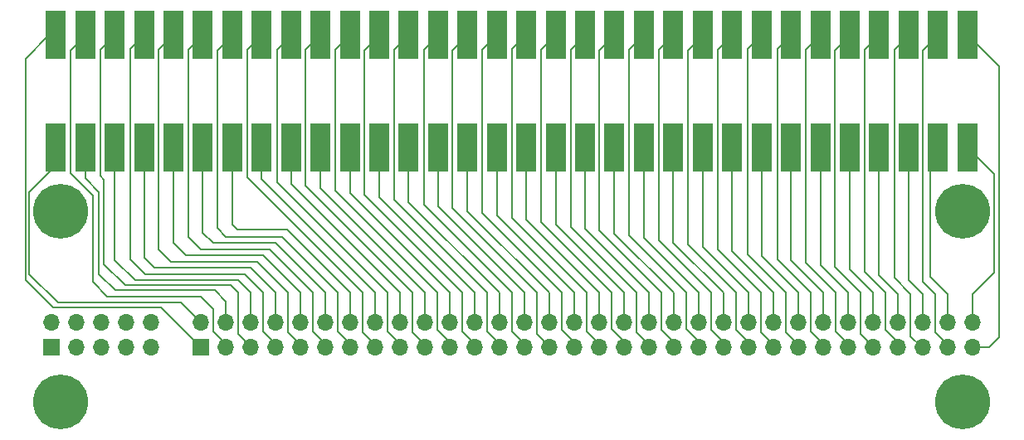
<source format=gbr>
G04 #@! TF.FileFunction,Copper,L1,Top,Signal*
%FSLAX46Y46*%
G04 Gerber Fmt 4.6, Leading zero omitted, Abs format (unit mm)*
G04 Created by KiCad (PCBNEW 4.0.7-e2-6376~58~ubuntu17.04.1) date Tue Dec  5 16:05:34 2017*
%MOMM*%
%LPD*%
G01*
G04 APERTURE LIST*
%ADD10C,0.100000*%
%ADD11C,5.600000*%
%ADD12R,1.700000X1.700000*%
%ADD13O,1.700000X1.700000*%
%ADD14R,2.000000X5.000000*%
%ADD15C,0.200000*%
G04 APERTURE END LIST*
D10*
D11*
X96000000Y-21500000D03*
X4000000Y-21500000D03*
X96000000Y-41000000D03*
D12*
X18300000Y-35410000D03*
D13*
X18300000Y-32870000D03*
X20840000Y-35410000D03*
X20840000Y-32870000D03*
X23380000Y-35410000D03*
X23380000Y-32870000D03*
X25920000Y-35410000D03*
X25920000Y-32870000D03*
X28460000Y-35410000D03*
X28460000Y-32870000D03*
X31000000Y-35410000D03*
X31000000Y-32870000D03*
X33540000Y-35410000D03*
X33540000Y-32870000D03*
X36080000Y-35410000D03*
X36080000Y-32870000D03*
X38620000Y-35410000D03*
X38620000Y-32870000D03*
X41160000Y-35410000D03*
X41160000Y-32870000D03*
X43700000Y-35410000D03*
X43700000Y-32870000D03*
X46240000Y-35410000D03*
X46240000Y-32870000D03*
X48780000Y-35410000D03*
X48780000Y-32870000D03*
X51320000Y-35410000D03*
X51320000Y-32870000D03*
X53860000Y-35410000D03*
X53860000Y-32870000D03*
X56400000Y-35410000D03*
X56400000Y-32870000D03*
X58940000Y-35410000D03*
X58940000Y-32870000D03*
X61480000Y-35410000D03*
X61480000Y-32870000D03*
X64020000Y-35410000D03*
X64020000Y-32870000D03*
X66560000Y-35410000D03*
X66560000Y-32870000D03*
X69100000Y-35410000D03*
X69100000Y-32870000D03*
X71640000Y-35410000D03*
X71640000Y-32870000D03*
X74180000Y-35410000D03*
X74180000Y-32870000D03*
X76720000Y-35410000D03*
X76720000Y-32870000D03*
X79260000Y-35410000D03*
X79260000Y-32870000D03*
X81800000Y-35410000D03*
X81800000Y-32870000D03*
X84340000Y-35410000D03*
X84340000Y-32870000D03*
X86880000Y-35410000D03*
X86880000Y-32870000D03*
X89420000Y-35410000D03*
X89420000Y-32870000D03*
X91960000Y-35410000D03*
X91960000Y-32870000D03*
X94500000Y-35410000D03*
X94500000Y-32870000D03*
X97040000Y-35410000D03*
X97040000Y-32870000D03*
D12*
X3060000Y-35410000D03*
D13*
X3060000Y-32870000D03*
X5600000Y-35410000D03*
X5600000Y-32870000D03*
X8140000Y-35410000D03*
X8140000Y-32870000D03*
X10680000Y-35410000D03*
X10680000Y-32870000D03*
X13220000Y-35410000D03*
X13220000Y-32870000D03*
D11*
X4000000Y-41000000D03*
D14*
X3500000Y-3500000D03*
X3500000Y-15000000D03*
X6500000Y-3500000D03*
X6500000Y-15000000D03*
X9500000Y-3500000D03*
X9500000Y-15000000D03*
X12500000Y-3500000D03*
X12500000Y-15000000D03*
X15500000Y-3500000D03*
X15500000Y-15000000D03*
X18500000Y-3500000D03*
X18500000Y-15000000D03*
X21500000Y-3500000D03*
X21500000Y-15000000D03*
X24500000Y-3500000D03*
X24500000Y-15000000D03*
X27500000Y-3500000D03*
X27500000Y-15000000D03*
X30500000Y-3500000D03*
X30500000Y-15000000D03*
X33500000Y-3500000D03*
X33500000Y-15000000D03*
X36500000Y-3500000D03*
X36500000Y-15000000D03*
X39500000Y-3500000D03*
X39500000Y-15000000D03*
X42500000Y-3500000D03*
X42500000Y-15000000D03*
X45500000Y-3500000D03*
X45500000Y-15000000D03*
X48500000Y-3500000D03*
X48500000Y-15000000D03*
X51500000Y-3500000D03*
X51500000Y-15000000D03*
X54500000Y-3500000D03*
X54500000Y-15000000D03*
X57500000Y-3500000D03*
X57500000Y-15000000D03*
X60500000Y-3500000D03*
X60500000Y-15000000D03*
X63500000Y-3500000D03*
X63500000Y-15000000D03*
X66500000Y-3500000D03*
X66500000Y-15000000D03*
X69500000Y-3500000D03*
X69500000Y-15000000D03*
X72500000Y-3500000D03*
X72500000Y-15000000D03*
X75500000Y-3500000D03*
X75500000Y-15000000D03*
X78500000Y-3500000D03*
X78500000Y-15000000D03*
X81500000Y-3500000D03*
X81500000Y-15000000D03*
X84500000Y-3500000D03*
X84500000Y-15000000D03*
X87500000Y-3500000D03*
X87500000Y-15000000D03*
X90500000Y-3500000D03*
X90500000Y-15000000D03*
X93500000Y-3500000D03*
X93500000Y-15000000D03*
X96500000Y-3500000D03*
X96500000Y-15000000D03*
D15*
X3500000Y-3500000D02*
X2839000Y-3500000D01*
X2839000Y-3500000D02*
X393000Y-5946000D01*
X393000Y-5946000D02*
X393000Y-28552000D01*
X393000Y-28552000D02*
X3187000Y-31346000D01*
X3187000Y-31346000D02*
X14236000Y-31346000D01*
X14236000Y-31346000D02*
X18300000Y-35410000D01*
X3500000Y-15000000D02*
X3500000Y-16809000D01*
X3500000Y-16809000D02*
X793002Y-19515998D01*
X793002Y-19515998D02*
X793002Y-27936002D01*
X793002Y-27936002D02*
X3695000Y-30838000D01*
X3695000Y-30838000D02*
X16268000Y-30838000D01*
X16268000Y-30838000D02*
X18300000Y-32870000D01*
X18300000Y-32870000D02*
X17665000Y-32870000D01*
X20840000Y-35410000D02*
X20840000Y-35029000D01*
X20840000Y-35029000D02*
X19570000Y-33759000D01*
X19570000Y-33759000D02*
X19570000Y-31473000D01*
X19570000Y-31473000D02*
X18280998Y-30183998D01*
X18280998Y-30183998D02*
X8755998Y-30183998D01*
X8755998Y-30183998D02*
X7251000Y-28679000D01*
X7251000Y-28679000D02*
X7251000Y-19916000D01*
X7251000Y-19916000D02*
X4965000Y-17630000D01*
X4965000Y-17630000D02*
X4965000Y-5035000D01*
X4965000Y-5035000D02*
X6500000Y-3500000D01*
X20840000Y-32870000D02*
X20840000Y-30711000D01*
X6500000Y-18149000D02*
X6500000Y-15000000D01*
X7886000Y-19535000D02*
X6500000Y-18149000D01*
X7886000Y-27917000D02*
X7886000Y-19535000D01*
X9537000Y-29568000D02*
X7886000Y-27917000D01*
X19697000Y-29568000D02*
X9537000Y-29568000D01*
X20840000Y-30711000D02*
X19697000Y-29568000D01*
X20840000Y-32870000D02*
X20840000Y-32616000D01*
X20840000Y-32870000D02*
X20459000Y-32870000D01*
X7251000Y-15751000D02*
X6500000Y-15000000D01*
X23380000Y-35410000D02*
X23380000Y-35283000D01*
X23380000Y-35283000D02*
X22110000Y-34013000D01*
X22110000Y-34013000D02*
X22110000Y-29822000D01*
X22110000Y-29822000D02*
X21348000Y-29060000D01*
X21348000Y-29060000D02*
X10553000Y-29060000D01*
X10553000Y-29060000D02*
X8394000Y-26901000D01*
X8394000Y-26901000D02*
X8394000Y-18265000D01*
X8394000Y-18265000D02*
X8013000Y-17884000D01*
X8013000Y-17884000D02*
X8013000Y-4987000D01*
X8013000Y-4987000D02*
X9500000Y-3500000D01*
X23380000Y-32870000D02*
X23380000Y-29822000D01*
X9500000Y-26483000D02*
X9500000Y-15000000D01*
X11569000Y-28552000D02*
X9500000Y-26483000D01*
X22110000Y-28552000D02*
X11569000Y-28552000D01*
X23380000Y-29822000D02*
X22110000Y-28552000D01*
X23380000Y-32870000D02*
X24142000Y-32870000D01*
X25920000Y-35410000D02*
X25920000Y-35029000D01*
X25920000Y-35029000D02*
X24650000Y-33759000D01*
X24650000Y-33759000D02*
X24650000Y-29822000D01*
X24650000Y-29822000D02*
X22745000Y-27917000D01*
X22745000Y-27917000D02*
X12585000Y-27917000D01*
X12585000Y-27917000D02*
X11061000Y-26393000D01*
X11061000Y-26393000D02*
X11061000Y-4939000D01*
X11061000Y-4939000D02*
X12500000Y-3500000D01*
X25920000Y-32870000D02*
X25920000Y-29822000D01*
X12500000Y-26266000D02*
X12500000Y-15000000D01*
X13516000Y-27282000D02*
X12500000Y-26266000D01*
X23380000Y-27282000D02*
X13516000Y-27282000D01*
X25920000Y-29822000D02*
X23380000Y-27282000D01*
X25920000Y-32870000D02*
X25920000Y-32616000D01*
X28460000Y-35410000D02*
X28460000Y-35156000D01*
X28460000Y-35156000D02*
X27190000Y-33886000D01*
X27190000Y-33886000D02*
X27190000Y-29822000D01*
X27190000Y-29822000D02*
X24015000Y-26647000D01*
X24015000Y-26647000D02*
X15252000Y-26647000D01*
X15252000Y-26647000D02*
X13982000Y-25377000D01*
X13982000Y-25377000D02*
X13982000Y-5018000D01*
X13982000Y-5018000D02*
X15500000Y-3500000D01*
X28460000Y-32870000D02*
X28460000Y-29822000D01*
X28460000Y-29822000D02*
X24650000Y-26012000D01*
X24650000Y-26012000D02*
X16770000Y-26012000D01*
X16770000Y-26012000D02*
X15500000Y-24742000D01*
X15500000Y-24742000D02*
X15500000Y-15000000D01*
X31000000Y-35410000D02*
X31000000Y-35029000D01*
X31000000Y-35029000D02*
X29730000Y-33759000D01*
X29730000Y-33759000D02*
X29730000Y-29822000D01*
X29730000Y-29822000D02*
X25285000Y-25377000D01*
X25285000Y-25377000D02*
X18300000Y-25377000D01*
X18300000Y-25377000D02*
X17030000Y-24107000D01*
X17030000Y-24107000D02*
X17030000Y-4970000D01*
X17030000Y-4970000D02*
X18500000Y-3500000D01*
X31000000Y-32870000D02*
X31000000Y-29822000D01*
X31000000Y-29822000D02*
X25920000Y-24742000D01*
X25920000Y-24742000D02*
X19570000Y-24742000D01*
X19570000Y-24742000D02*
X18500000Y-23672000D01*
X18500000Y-23672000D02*
X18500000Y-15000000D01*
X33540000Y-35410000D02*
X33540000Y-35029000D01*
X33540000Y-35029000D02*
X32270000Y-33759000D01*
X19951000Y-5049000D02*
X21500000Y-3500000D01*
X19951000Y-23218000D02*
X19951000Y-5049000D01*
X20840000Y-24107000D02*
X19951000Y-23218000D01*
X26555000Y-24107000D02*
X20840000Y-24107000D01*
X32270000Y-29822000D02*
X26555000Y-24107000D01*
X32270000Y-33759000D02*
X32270000Y-29822000D01*
X33540000Y-32870000D02*
X33540000Y-29822000D01*
X33540000Y-29822000D02*
X27063000Y-23345000D01*
X27063000Y-23345000D02*
X21983000Y-23345000D01*
X21983000Y-23345000D02*
X21500000Y-22862000D01*
X21500000Y-22862000D02*
X21500000Y-15000000D01*
X36080000Y-35410000D02*
X36080000Y-35156000D01*
X36080000Y-35156000D02*
X34810000Y-33886000D01*
X34810000Y-33886000D02*
X34810000Y-29822000D01*
X34810000Y-29822000D02*
X22999000Y-18011000D01*
X22999000Y-18011000D02*
X22999000Y-5001000D01*
X22999000Y-5001000D02*
X24500000Y-3500000D01*
X36080000Y-32870000D02*
X36080000Y-29822000D01*
X36080000Y-29822000D02*
X24500000Y-18242000D01*
X24500000Y-18242000D02*
X24500000Y-15000000D01*
X38620000Y-35410000D02*
X38620000Y-35029000D01*
X38620000Y-35029000D02*
X37350000Y-33759000D01*
X37350000Y-33759000D02*
X37350000Y-29822000D01*
X37350000Y-29822000D02*
X26047000Y-18519000D01*
X26047000Y-18519000D02*
X26047000Y-4953000D01*
X26047000Y-4953000D02*
X27500000Y-3500000D01*
X38620000Y-32870000D02*
X38620000Y-29822000D01*
X27500000Y-18702000D02*
X27500000Y-15000000D01*
X38620000Y-29822000D02*
X27500000Y-18702000D01*
X38620000Y-32870000D02*
X38620000Y-32489000D01*
X41160000Y-35410000D02*
X41160000Y-35156000D01*
X41160000Y-35156000D02*
X39890000Y-33886000D01*
X39890000Y-33886000D02*
X39890000Y-29822000D01*
X39890000Y-29822000D02*
X28968000Y-18900000D01*
X28968000Y-18900000D02*
X28968000Y-5032000D01*
X28968000Y-5032000D02*
X30500000Y-3500000D01*
X41160000Y-32870000D02*
X41160000Y-29822000D01*
X41160000Y-29822000D02*
X30500000Y-19162000D01*
X30500000Y-19162000D02*
X30500000Y-15000000D01*
X43700000Y-35410000D02*
X43700000Y-34902000D01*
X43700000Y-34902000D02*
X42430000Y-33632000D01*
X42430000Y-33632000D02*
X42430000Y-29822000D01*
X42430000Y-29822000D02*
X32016000Y-19408000D01*
X32016000Y-19408000D02*
X32016000Y-4984000D01*
X32016000Y-4984000D02*
X33500000Y-3500000D01*
X43700000Y-32870000D02*
X43700000Y-29822000D01*
X33500000Y-19622000D02*
X33500000Y-15000000D01*
X43700000Y-29822000D02*
X33500000Y-19622000D01*
X46240000Y-35410000D02*
X46240000Y-35029000D01*
X46240000Y-35029000D02*
X44970000Y-33759000D01*
X44970000Y-33759000D02*
X44970000Y-29822000D01*
X44970000Y-29822000D02*
X34937000Y-19789000D01*
X34937000Y-19789000D02*
X34937000Y-5063000D01*
X34937000Y-5063000D02*
X36500000Y-3500000D01*
X46240000Y-32870000D02*
X46240000Y-29822000D01*
X36500000Y-20082000D02*
X36500000Y-15000000D01*
X46240000Y-29822000D02*
X36500000Y-20082000D01*
X48780000Y-35410000D02*
X48780000Y-35029000D01*
X48780000Y-35029000D02*
X47510000Y-33759000D01*
X47510000Y-33759000D02*
X47510000Y-29822000D01*
X47510000Y-29822000D02*
X37985000Y-20297000D01*
X37985000Y-20297000D02*
X37985000Y-5015000D01*
X37985000Y-5015000D02*
X39500000Y-3500000D01*
X48780000Y-32870000D02*
X48780000Y-29822000D01*
X48780000Y-29822000D02*
X39500000Y-20542000D01*
X39500000Y-20542000D02*
X39500000Y-15000000D01*
X51320000Y-35410000D02*
X51320000Y-35029000D01*
X51320000Y-35029000D02*
X50050000Y-33759000D01*
X50050000Y-33759000D02*
X50050000Y-29822000D01*
X50050000Y-29822000D02*
X41033000Y-20805000D01*
X41033000Y-20805000D02*
X41033000Y-4967000D01*
X41033000Y-4967000D02*
X42500000Y-3500000D01*
X51320000Y-32870000D02*
X51320000Y-29822000D01*
X42500000Y-21002000D02*
X42500000Y-15000000D01*
X51320000Y-29822000D02*
X42500000Y-21002000D01*
X51320000Y-32870000D02*
X51320000Y-32108000D01*
X53860000Y-35410000D02*
X53860000Y-35283000D01*
X53860000Y-35283000D02*
X52590000Y-34013000D01*
X52590000Y-34013000D02*
X52590000Y-29822000D01*
X52590000Y-29822000D02*
X43954000Y-21186000D01*
X43954000Y-21186000D02*
X43954000Y-5046000D01*
X43954000Y-5046000D02*
X45500000Y-3500000D01*
X53860000Y-32870000D02*
X53860000Y-29822000D01*
X53860000Y-29822000D02*
X45500000Y-21462000D01*
X45500000Y-21462000D02*
X45500000Y-15000000D01*
X56400000Y-35410000D02*
X56400000Y-34902000D01*
X56400000Y-34902000D02*
X55130000Y-33632000D01*
X55130000Y-33632000D02*
X55130000Y-29822000D01*
X55130000Y-29822000D02*
X47002000Y-21694000D01*
X47002000Y-21694000D02*
X47002000Y-4998000D01*
X47002000Y-4998000D02*
X48500000Y-3500000D01*
X56400000Y-32870000D02*
X56400000Y-29822000D01*
X48500000Y-21922000D02*
X48500000Y-15000000D01*
X56400000Y-29822000D02*
X48500000Y-21922000D01*
X58940000Y-35410000D02*
X58940000Y-35029000D01*
X58940000Y-35029000D02*
X57670000Y-33759000D01*
X57670000Y-33759000D02*
X57670000Y-29822000D01*
X57670000Y-29822000D02*
X50050000Y-22202000D01*
X50050000Y-22202000D02*
X50050000Y-4950000D01*
X50050000Y-4950000D02*
X51500000Y-3500000D01*
X58940000Y-32870000D02*
X58940000Y-29822000D01*
X51500000Y-22382000D02*
X51500000Y-15000000D01*
X58940000Y-29822000D02*
X51500000Y-22382000D01*
X61480000Y-35410000D02*
X61480000Y-34775000D01*
X61480000Y-34775000D02*
X60210000Y-33505000D01*
X60210000Y-33505000D02*
X60210000Y-29822000D01*
X60210000Y-29822000D02*
X52971000Y-22583000D01*
X52971000Y-22583000D02*
X52971000Y-5029000D01*
X52971000Y-5029000D02*
X54500000Y-3500000D01*
X61480000Y-32870000D02*
X61480000Y-29822000D01*
X54500000Y-22842000D02*
X54500000Y-15000000D01*
X61480000Y-29822000D02*
X54500000Y-22842000D01*
X64020000Y-35410000D02*
X64020000Y-35156000D01*
X64020000Y-35156000D02*
X62750000Y-33886000D01*
X62750000Y-33886000D02*
X62750000Y-29822000D01*
X62750000Y-29822000D02*
X56019000Y-23091000D01*
X56019000Y-23091000D02*
X56019000Y-4981000D01*
X56019000Y-4981000D02*
X57500000Y-3500000D01*
X64020000Y-32870000D02*
X64020000Y-29822000D01*
X57500000Y-23302000D02*
X57500000Y-15000000D01*
X64020000Y-29822000D02*
X57500000Y-23302000D01*
X66560000Y-35410000D02*
X66560000Y-34902000D01*
X66560000Y-34902000D02*
X65290000Y-33632000D01*
X65290000Y-33632000D02*
X65290000Y-29822000D01*
X65290000Y-29822000D02*
X58940000Y-23472000D01*
X58940000Y-23472000D02*
X58940000Y-5060000D01*
X58940000Y-5060000D02*
X60500000Y-3500000D01*
X66560000Y-32870000D02*
X66560000Y-29822000D01*
X60500000Y-23762000D02*
X60500000Y-15000000D01*
X66560000Y-29822000D02*
X60500000Y-23762000D01*
X69100000Y-35410000D02*
X69100000Y-34775000D01*
X69100000Y-34775000D02*
X67830000Y-33505000D01*
X67830000Y-33505000D02*
X67830000Y-29822000D01*
X67830000Y-29822000D02*
X61988000Y-23980000D01*
X61988000Y-23980000D02*
X61988000Y-5012000D01*
X61988000Y-5012000D02*
X63500000Y-3500000D01*
X69100000Y-32870000D02*
X69100000Y-29822000D01*
X63500000Y-24222000D02*
X63500000Y-15000000D01*
X69100000Y-29822000D02*
X63500000Y-24222000D01*
X71640000Y-35410000D02*
X71640000Y-34902000D01*
X71640000Y-34902000D02*
X70370000Y-33632000D01*
X70370000Y-33632000D02*
X70370000Y-29822000D01*
X70370000Y-29822000D02*
X65036000Y-24488000D01*
X65036000Y-24488000D02*
X65036000Y-4964000D01*
X65036000Y-4964000D02*
X66500000Y-3500000D01*
X71640000Y-32870000D02*
X71640000Y-29822000D01*
X66500000Y-24682000D02*
X66500000Y-15000000D01*
X71640000Y-29822000D02*
X66500000Y-24682000D01*
X74180000Y-35410000D02*
X74180000Y-34902000D01*
X74180000Y-34902000D02*
X72910000Y-33632000D01*
X72910000Y-33632000D02*
X72910000Y-29822000D01*
X72910000Y-29822000D02*
X67957000Y-24869000D01*
X67957000Y-24869000D02*
X67957000Y-5043000D01*
X67957000Y-5043000D02*
X69500000Y-3500000D01*
X74180000Y-32870000D02*
X74180000Y-29822000D01*
X69500000Y-25142000D02*
X69500000Y-15000000D01*
X74180000Y-29822000D02*
X69500000Y-25142000D01*
X76720000Y-35410000D02*
X76720000Y-35156000D01*
X76720000Y-35156000D02*
X75450000Y-33886000D01*
X75450000Y-33886000D02*
X75450000Y-29822000D01*
X75450000Y-29822000D02*
X71005000Y-25377000D01*
X71005000Y-25377000D02*
X71005000Y-4995000D01*
X71005000Y-4995000D02*
X72500000Y-3500000D01*
X76720000Y-32870000D02*
X76720000Y-29822000D01*
X72500000Y-25602000D02*
X72500000Y-15000000D01*
X76720000Y-29822000D02*
X72500000Y-25602000D01*
X79260000Y-35410000D02*
X79260000Y-35156000D01*
X79260000Y-35156000D02*
X77990000Y-33886000D01*
X77990000Y-33886000D02*
X77990000Y-29822000D01*
X77990000Y-29822000D02*
X74053000Y-25885000D01*
X74053000Y-25885000D02*
X74053000Y-4947000D01*
X74053000Y-4947000D02*
X75500000Y-3500000D01*
X79260000Y-32870000D02*
X79260000Y-29822000D01*
X75500000Y-26062000D02*
X75500000Y-15000000D01*
X79260000Y-29822000D02*
X75500000Y-26062000D01*
X81800000Y-35410000D02*
X81800000Y-35029000D01*
X81800000Y-35029000D02*
X80530000Y-33759000D01*
X80530000Y-33759000D02*
X80530000Y-29822000D01*
X80530000Y-29822000D02*
X77101000Y-26393000D01*
X77101000Y-26393000D02*
X77101000Y-4899000D01*
X77101000Y-4899000D02*
X78500000Y-3500000D01*
X81800000Y-32870000D02*
X81800000Y-29822000D01*
X78500000Y-26522000D02*
X78500000Y-15000000D01*
X81800000Y-29822000D02*
X78500000Y-26522000D01*
X84340000Y-35410000D02*
X84340000Y-35029000D01*
X84340000Y-35029000D02*
X83070000Y-33759000D01*
X83070000Y-33759000D02*
X83070000Y-29822000D01*
X83070000Y-29822000D02*
X80022000Y-26774000D01*
X80022000Y-26774000D02*
X80022000Y-4978000D01*
X80022000Y-4978000D02*
X81500000Y-3500000D01*
X84340000Y-32870000D02*
X84340000Y-29822000D01*
X81500000Y-26982000D02*
X81500000Y-15000000D01*
X84340000Y-29822000D02*
X81500000Y-26982000D01*
X86880000Y-35410000D02*
X86880000Y-35283000D01*
X86880000Y-35283000D02*
X85610000Y-34013000D01*
X85610000Y-34013000D02*
X85610000Y-29822000D01*
X85610000Y-29822000D02*
X82943000Y-27155000D01*
X82943000Y-27155000D02*
X82943000Y-5057000D01*
X82943000Y-5057000D02*
X84500000Y-3500000D01*
X86880000Y-32870000D02*
X86880000Y-29822000D01*
X84500000Y-27442000D02*
X84500000Y-15000000D01*
X86880000Y-29822000D02*
X84500000Y-27442000D01*
X89420000Y-35410000D02*
X89420000Y-34902000D01*
X89420000Y-34902000D02*
X88150000Y-33632000D01*
X88150000Y-33632000D02*
X88150000Y-29822000D01*
X88150000Y-29822000D02*
X85991000Y-27663000D01*
X85991000Y-27663000D02*
X85991000Y-5009000D01*
X85991000Y-5009000D02*
X87500000Y-3500000D01*
X89420000Y-32870000D02*
X89420000Y-29949000D01*
X87500000Y-28029000D02*
X87500000Y-15000000D01*
X89420000Y-29949000D02*
X87500000Y-28029000D01*
X91960000Y-35410000D02*
X91833000Y-35410000D01*
X91833000Y-35410000D02*
X90690000Y-34267000D01*
X90690000Y-34267000D02*
X90690000Y-29949000D01*
X90690000Y-29949000D02*
X89039000Y-28298000D01*
X89039000Y-28298000D02*
X89039000Y-4961000D01*
X89039000Y-4961000D02*
X90500000Y-3500000D01*
X91960000Y-32870000D02*
X91960000Y-29949000D01*
X90500000Y-28489000D02*
X90500000Y-15000000D01*
X91960000Y-29949000D02*
X90500000Y-28489000D01*
X94500000Y-35410000D02*
X94500000Y-35156000D01*
X94500000Y-35156000D02*
X93230000Y-33886000D01*
X93230000Y-33886000D02*
X93230000Y-29949000D01*
X93230000Y-29949000D02*
X91960000Y-28679000D01*
X91960000Y-28679000D02*
X91960000Y-5040000D01*
X91960000Y-5040000D02*
X93500000Y-3500000D01*
X94500000Y-32870000D02*
X94500000Y-29949000D01*
X92722000Y-28171000D02*
X92722000Y-15778000D01*
X94500000Y-29949000D02*
X92722000Y-28171000D01*
X92722000Y-15778000D02*
X93500000Y-15000000D01*
X97040000Y-35410000D02*
X98691000Y-35410000D01*
X99707000Y-6707000D02*
X96500000Y-3500000D01*
X99707000Y-34394000D02*
X99707000Y-6707000D01*
X98691000Y-35410000D02*
X99707000Y-34394000D01*
X97040000Y-32870000D02*
X97040000Y-29949000D01*
X99199000Y-17699000D02*
X96500000Y-15000000D01*
X99199000Y-27790000D02*
X99199000Y-17699000D01*
X97040000Y-29949000D02*
X99199000Y-27790000D01*
M02*

</source>
